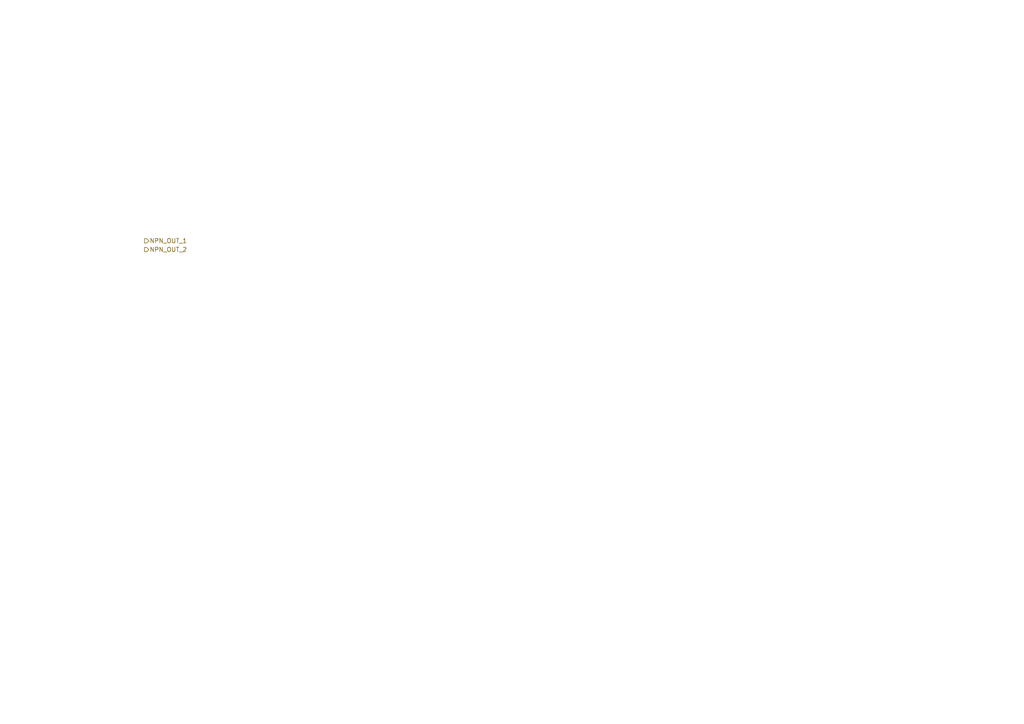
<source format=kicad_sch>
(kicad_sch
	(version 20250114)
	(generator "eeschema")
	(generator_version "9.0")
	(uuid "023d9a58-f905-4021-8fa8-fc3f180229bb")
	(paper "A4")
	(lib_symbols)
	(hierarchical_label "NPN_OUT_1"
		(shape output)
		(at 41.91 69.85 0)
		(effects
			(font
				(size 1.27 1.27)
			)
			(justify left)
		)
		(uuid "9176dc51-804c-402b-8cf0-caaa8af925db")
	)
	(hierarchical_label "NPN_OUT_2"
		(shape output)
		(at 41.91 72.39 0)
		(effects
			(font
				(size 1.27 1.27)
			)
			(justify left)
		)
		(uuid "ebe9a08d-a756-4070-88aa-fb4e75ab7323")
	)
)

</source>
